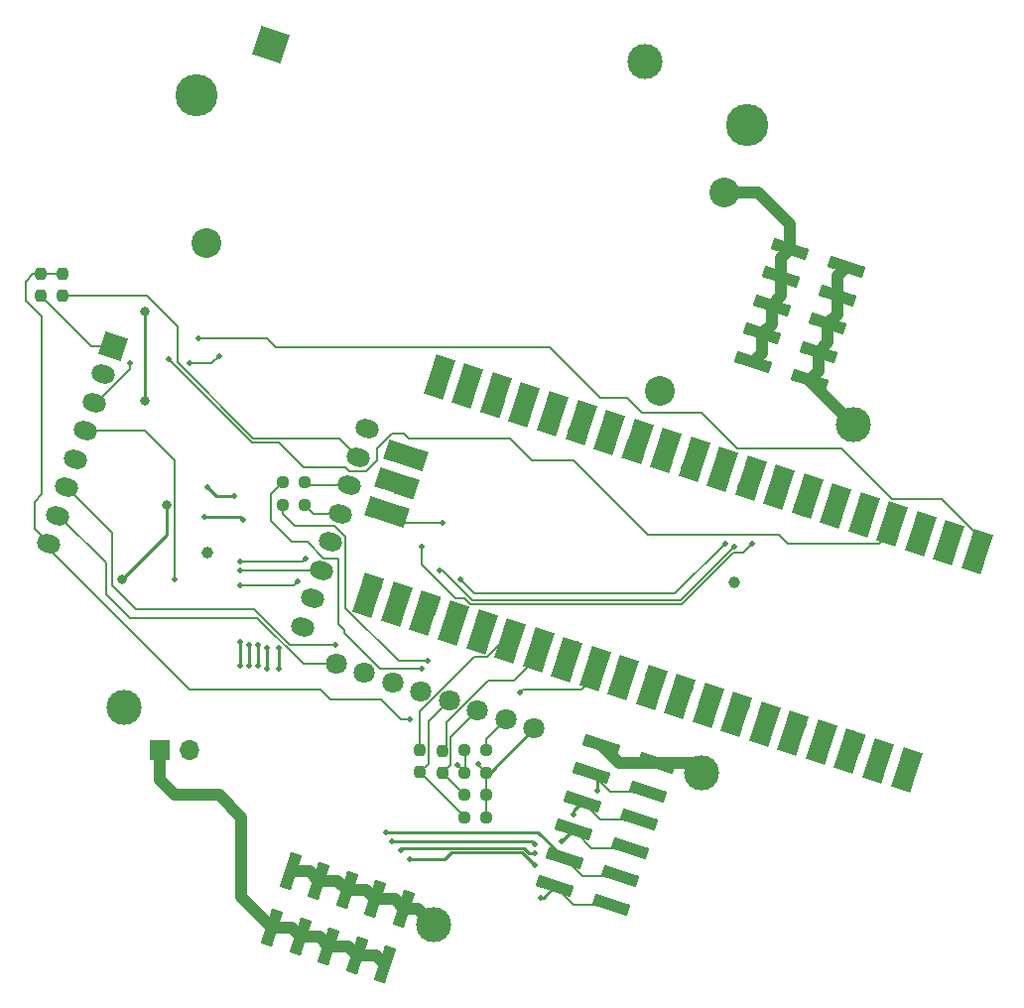
<source format=gbr>
%TF.GenerationSoftware,KiCad,Pcbnew,(6.0.2)*%
%TF.CreationDate,2022-05-01T12:50:51-07:00*%
%TF.ProjectId,controller,636f6e74-726f-46c6-9c65-722e6b696361,rev?*%
%TF.SameCoordinates,Original*%
%TF.FileFunction,Copper,L1,Top*%
%TF.FilePolarity,Positive*%
%FSLAX46Y46*%
G04 Gerber Fmt 4.6, Leading zero omitted, Abs format (unit mm)*
G04 Created by KiCad (PCBNEW (6.0.2)) date 2022-05-01 12:50:51*
%MOMM*%
%LPD*%
G01*
G04 APERTURE LIST*
G04 Aperture macros list*
%AMRoundRect*
0 Rectangle with rounded corners*
0 $1 Rounding radius*
0 $2 $3 $4 $5 $6 $7 $8 $9 X,Y pos of 4 corners*
0 Add a 4 corners polygon primitive as box body*
4,1,4,$2,$3,$4,$5,$6,$7,$8,$9,$2,$3,0*
0 Add four circle primitives for the rounded corners*
1,1,$1+$1,$2,$3*
1,1,$1+$1,$4,$5*
1,1,$1+$1,$6,$7*
1,1,$1+$1,$8,$9*
0 Add four rect primitives between the rounded corners*
20,1,$1+$1,$2,$3,$4,$5,0*
20,1,$1+$1,$4,$5,$6,$7,0*
20,1,$1+$1,$6,$7,$8,$9,0*
20,1,$1+$1,$8,$9,$2,$3,0*%
%AMHorizOval*
0 Thick line with rounded ends*
0 $1 width*
0 $2 $3 position (X,Y) of the first rounded end (center of the circle)*
0 $4 $5 position (X,Y) of the second rounded end (center of the circle)*
0 Add line between two ends*
20,1,$1,$2,$3,$4,$5,0*
0 Add two circle primitives to create the rounded ends*
1,1,$1,$2,$3*
1,1,$1,$4,$5*%
%AMRotRect*
0 Rectangle, with rotation*
0 The origin of the aperture is its center*
0 $1 length*
0 $2 width*
0 $3 Rotation angle, in degrees counterclockwise*
0 Add horizontal line*
21,1,$1,$2,0,0,$3*%
G04 Aperture macros list end*
%TA.AperFunction,SMDPad,CuDef*%
%ADD10RoundRect,0.237500X-0.237500X0.250000X-0.237500X-0.250000X0.237500X-0.250000X0.237500X0.250000X0*%
%TD*%
%TA.AperFunction,SMDPad,CuDef*%
%ADD11RoundRect,0.237500X-0.250000X-0.237500X0.250000X-0.237500X0.250000X0.237500X-0.250000X0.237500X0*%
%TD*%
%TA.AperFunction,SMDPad,CuDef*%
%ADD12RoundRect,0.237500X0.237500X-0.250000X0.237500X0.250000X-0.237500X0.250000X-0.237500X-0.250000X0*%
%TD*%
%TA.AperFunction,ComponentPad*%
%ADD13HorizOval,1.700000X0.000000X0.000000X0.000000X0.000000X0*%
%TD*%
%TA.AperFunction,SMDPad,CuDef*%
%ADD14RotRect,3.500000X1.700000X252.000000*%
%TD*%
%TA.AperFunction,ComponentPad*%
%ADD15RotRect,1.700000X1.700000X252.000000*%
%TD*%
%TA.AperFunction,SMDPad,CuDef*%
%ADD16RotRect,3.500000X1.700000X342.000000*%
%TD*%
%TA.AperFunction,ComponentPad*%
%ADD17RotRect,2.540000X2.540000X342.000000*%
%TD*%
%TA.AperFunction,ComponentPad*%
%ADD18C,2.540000*%
%TD*%
%TA.AperFunction,SMDPad,CuDef*%
%ADD19RotRect,3.150000X1.000000X162.000000*%
%TD*%
%TA.AperFunction,SMDPad,CuDef*%
%ADD20RotRect,3.150000X1.000000X252.000000*%
%TD*%
%TA.AperFunction,ComponentPad*%
%ADD21C,3.600000*%
%TD*%
%TA.AperFunction,ComponentPad*%
%ADD22RotRect,2.000000X2.000000X342.000000*%
%TD*%
%TA.AperFunction,ComponentPad*%
%ADD23HorizOval,1.600000X0.190211X-0.061803X-0.190211X0.061803X0*%
%TD*%
%TA.AperFunction,ComponentPad*%
%ADD24C,1.800000*%
%TD*%
%TA.AperFunction,SMDPad,CuDef*%
%ADD25RoundRect,0.237500X0.250000X0.237500X-0.250000X0.237500X-0.250000X-0.237500X0.250000X-0.237500X0*%
%TD*%
%TA.AperFunction,ComponentPad*%
%ADD26R,1.700000X1.700000*%
%TD*%
%TA.AperFunction,ComponentPad*%
%ADD27O,1.700000X1.700000*%
%TD*%
%TA.AperFunction,ViaPad*%
%ADD28C,0.500000*%
%TD*%
%TA.AperFunction,ViaPad*%
%ADD29C,3.000000*%
%TD*%
%TA.AperFunction,ViaPad*%
%ADD30C,1.000000*%
%TD*%
%TA.AperFunction,ViaPad*%
%ADD31C,0.800000*%
%TD*%
%TA.AperFunction,Conductor*%
%ADD32C,0.200000*%
%TD*%
%TA.AperFunction,Conductor*%
%ADD33C,1.000000*%
%TD*%
%TA.AperFunction,Conductor*%
%ADD34C,0.250000*%
%TD*%
G04 APERTURE END LIST*
D10*
%TO.P,R6,1*%
%TO.N,+3V3*%
X120015000Y-61595000D03*
%TO.P,R6,2*%
%TO.N,Net-(R6-Pad2)*%
X120015000Y-63420000D03*
%TD*%
D11*
%TO.P,R15,1*%
%TO.N,/SCL*%
X138787500Y-79375000D03*
%TO.P,R15,2*%
%TO.N,Net-(R15-Pad2)*%
X140612500Y-79375000D03*
%TD*%
D12*
%TO.P,R21,1*%
%TO.N,/SDA*%
X150495000Y-104060000D03*
%TO.P,R21,2*%
%TO.N,Net-(R21-Pad2)*%
X150495000Y-102235000D03*
%TD*%
D13*
%TO.P,U1,1,GPIO0*%
%TO.N,/LED0_PICO*%
X197773886Y-86139323D03*
D14*
X198052001Y-85283372D03*
%TO.P,U1,2,GPIO1*%
%TO.N,unconnected-(U1-Pad2)*%
X195636317Y-84498468D03*
D13*
X195358202Y-85354419D03*
D15*
%TO.P,U1,3,GND*%
%TO.N,GND*%
X192942519Y-84569516D03*
D14*
X193220634Y-83713565D03*
D13*
%TO.P,U1,4,GPIO2*%
%TO.N,/LED1_PICO*%
X190526835Y-83784613D03*
D14*
X190804950Y-82928662D03*
%TO.P,U1,5,GPIO3*%
%TO.N,/LED2_PICO*%
X188389267Y-82143759D03*
D13*
X188111152Y-82999710D03*
%TO.P,U1,6,GPIO4*%
%TO.N,/LED3_PICO*%
X185695468Y-82214807D03*
D14*
X185973583Y-81358856D03*
D13*
%TO.P,U1,7,GPIO5*%
%TO.N,/LED4_PICO*%
X183279785Y-81429904D03*
D14*
X183557900Y-80573953D03*
D15*
%TO.P,U1,8,GND*%
%TO.N,GND*%
X180864101Y-80645000D03*
D14*
X181142216Y-79789049D03*
%TO.P,U1,9,GPIO6*%
%TO.N,unconnected-(U1-Pad9)*%
X178726532Y-79004146D03*
D13*
X178448417Y-79860097D03*
D14*
%TO.P,U1,10,GPIO7*%
%TO.N,unconnected-(U1-Pad10)*%
X176310849Y-78219243D03*
D13*
X176032734Y-79075194D03*
D14*
%TO.P,U1,11,GPIO8*%
%TO.N,unconnected-(U1-Pad11)*%
X173895165Y-77434340D03*
D13*
X173617050Y-78290291D03*
D14*
%TO.P,U1,12,GPIO9*%
%TO.N,unconnected-(U1-Pad12)*%
X171479482Y-76649437D03*
D13*
X171201367Y-77505388D03*
D14*
%TO.P,U1,13,GND*%
%TO.N,unconnected-(U1-Pad13)*%
X169063798Y-75864534D03*
D15*
X168785683Y-76720485D03*
D13*
%TO.P,U1,14,GPIO10*%
%TO.N,unconnected-(U1-Pad14)*%
X166370000Y-75935581D03*
D14*
X166648115Y-75079630D03*
D13*
%TO.P,U1,15,GPIO11*%
%TO.N,unconnected-(U1-Pad15)*%
X163954316Y-75150678D03*
D14*
X164232431Y-74294727D03*
D13*
%TO.P,U1,16,GPIO12*%
%TO.N,unconnected-(U1-Pad16)*%
X161538633Y-74365775D03*
D14*
X161816748Y-73509824D03*
%TO.P,U1,17,GPIO13*%
%TO.N,unconnected-(U1-Pad17)*%
X159401064Y-72724921D03*
D13*
X159122949Y-73580872D03*
D14*
%TO.P,U1,18,GND*%
%TO.N,GND*%
X156985380Y-71940018D03*
D15*
X156707265Y-72795969D03*
D13*
%TO.P,U1,19,GPIO14*%
%TO.N,unconnected-(U1-Pad19)*%
X154291582Y-72011066D03*
D14*
X154569697Y-71155115D03*
%TO.P,U1,20,GPIO15*%
%TO.N,unconnected-(U1-Pad20)*%
X152154013Y-70370211D03*
D13*
X151875898Y-71226162D03*
D14*
%TO.P,U1,21,GPIO16*%
%TO.N,unconnected-(U1-Pad21)*%
X146103461Y-88991898D03*
D13*
X146381576Y-88135947D03*
%TO.P,U1,22,GPIO17*%
%TO.N,unconnected-(U1-Pad22)*%
X148797260Y-88920851D03*
D14*
X148519145Y-89776802D03*
%TO.P,U1,23,GND*%
%TO.N,GND*%
X150934828Y-90561705D03*
D15*
X151212943Y-89705754D03*
D13*
%TO.P,U1,24,GPIO18*%
%TO.N,unconnected-(U1-Pad24)*%
X153628627Y-90490657D03*
D14*
X153350512Y-91346608D03*
D13*
%TO.P,U1,25,GPIO19*%
%TO.N,unconnected-(U1-Pad25)*%
X156044310Y-91275560D03*
D14*
X155766195Y-92131511D03*
%TO.P,U1,26,GPIO20*%
%TO.N,Net-(R21-Pad2)*%
X158181879Y-92916414D03*
D13*
X158459994Y-92060463D03*
D14*
%TO.P,U1,27,GPIO21*%
%TO.N,Net-(R20-Pad2)*%
X160597562Y-93701317D03*
D13*
X160875677Y-92845366D03*
D14*
%TO.P,U1,28,GND*%
%TO.N,GND*%
X163013246Y-94486221D03*
D15*
X163291361Y-93630270D03*
D13*
%TO.P,U1,29,GPIO22*%
%TO.N,/INT*%
X165707045Y-94415173D03*
D14*
X165428930Y-95271124D03*
%TO.P,U1,30,RUN*%
%TO.N,/PICO_RUN*%
X167844613Y-96056027D03*
D13*
X168122728Y-95200076D03*
%TO.P,U1,31,GPIO26_ADC0*%
%TO.N,unconnected-(U1-Pad31)*%
X170538412Y-95984979D03*
D14*
X170260297Y-96840930D03*
%TO.P,U1,32,GPIO27_ADC1*%
%TO.N,unconnected-(U1-Pad32)*%
X172675980Y-97625833D03*
D13*
X172954095Y-96769882D03*
D14*
%TO.P,U1,33,AGND*%
%TO.N,unconnected-(U1-Pad33)*%
X175091664Y-98410736D03*
D15*
X175369779Y-97554785D03*
D13*
%TO.P,U1,34,GPIO28_ADC2*%
%TO.N,unconnected-(U1-Pad34)*%
X177785462Y-98339689D03*
D14*
X177507347Y-99195640D03*
%TO.P,U1,35,ADC_VREF*%
%TO.N,unconnected-(U1-Pad35)*%
X179923031Y-99980543D03*
D13*
X180201146Y-99124592D03*
%TO.P,U1,36,3V3*%
%TO.N,unconnected-(U1-Pad36)*%
X182616829Y-99909495D03*
D14*
X182338714Y-100765446D03*
%TO.P,U1,37,3V3_EN*%
%TO.N,Net-(R19-Pad2)*%
X184754398Y-101550349D03*
D13*
X185032513Y-100694398D03*
D15*
%TO.P,U1,38,GND*%
%TO.N,GND*%
X187448197Y-101479301D03*
D14*
X187170082Y-102335252D03*
%TO.P,U1,39,VSYS*%
%TO.N,Net-(R19-Pad1)*%
X189585765Y-103120155D03*
D13*
X189863880Y-102264204D03*
%TO.P,U1,40,VBUS*%
%TO.N,+5V*%
X192279564Y-103049108D03*
D14*
X192001449Y-103905059D03*
D13*
%TO.P,U1,41,SWCLK*%
%TO.N,/SWCLK*%
X150132383Y-77336445D03*
D16*
X149276432Y-77058330D03*
D15*
%TO.P,U1,42,GND*%
%TO.N,GND*%
X149347480Y-79752129D03*
D16*
X148491529Y-79474014D03*
%TO.P,U1,43,SWDIO*%
%TO.N,/SWDIO*%
X147706626Y-81889697D03*
D13*
X148562577Y-82167812D03*
%TD*%
D17*
%TO.P,U3,1,Vin*%
%TO.N,/SW2PSU*%
X137795000Y-42051549D03*
D18*
%TO.P,U3,2,GND*%
%TO.N,GND*%
X132300678Y-58961334D03*
%TO.P,U3,3,GND*%
X170951615Y-71519785D03*
%TO.P,U3,4,Vout*%
%TO.N,+5VL*%
X176445937Y-54610000D03*
%TD*%
D19*
%TO.P,J2,1,Pin_1*%
%TO.N,GND*%
X183722932Y-70651219D03*
%TO.P,J2,2,Pin_2*%
%TO.N,+5VL*%
X178920097Y-69090683D03*
%TO.P,J2,3,Pin_3*%
%TO.N,GND*%
X184507836Y-68235535D03*
%TO.P,J2,4,Pin_4*%
%TO.N,+5VL*%
X179705000Y-66675000D03*
%TO.P,J2,5,Pin_5*%
%TO.N,GND*%
X185292739Y-65819852D03*
%TO.P,J2,6,Pin_6*%
%TO.N,+5VL*%
X180489903Y-64259316D03*
%TO.P,J2,7,Pin_7*%
%TO.N,GND*%
X186077642Y-63404168D03*
%TO.P,J2,8,Pin_8*%
%TO.N,+5VL*%
X181274806Y-61843633D03*
%TO.P,J2,9,Pin_9*%
%TO.N,GND*%
X186862545Y-60988485D03*
%TO.P,J2,10,Pin_10*%
%TO.N,+5VL*%
X182059710Y-59427949D03*
%TD*%
D20*
%TO.P,J3,1,Pin_1*%
%TO.N,GND*%
X149100684Y-115719904D03*
%TO.P,J3,2,Pin_2*%
%TO.N,+5VL*%
X147540148Y-120522739D03*
%TO.P,J3,3,Pin_3*%
%TO.N,GND*%
X146685000Y-114935000D03*
%TO.P,J3,4,Pin_4*%
%TO.N,+5VL*%
X145124465Y-119737836D03*
%TO.P,J3,5,Pin_5*%
%TO.N,GND*%
X144269317Y-114150097D03*
%TO.P,J3,6,Pin_6*%
%TO.N,+5VL*%
X142708781Y-118952933D03*
%TO.P,J3,7,Pin_7*%
%TO.N,GND*%
X141853633Y-113365194D03*
%TO.P,J3,8,Pin_8*%
%TO.N,+5VL*%
X140293098Y-118168030D03*
%TO.P,J3,9,Pin_9*%
%TO.N,GND*%
X139437950Y-112580291D03*
%TO.P,J3,10,Pin_10*%
%TO.N,+5VL*%
X137877414Y-117383126D03*
%TD*%
D21*
%TO.P,J11,1,Pin_1*%
%TO.N,/SW2PSU*%
X131445000Y-46355000D03*
%TD*%
D22*
%TO.P,U2,1,~{RST}*%
%TO.N,Net-(R7-Pad2)*%
X124273461Y-67728137D03*
D23*
%TO.P,U2,2,A0*%
%TO.N,unconnected-(U2-Pad2)*%
X123488558Y-70143821D03*
%TO.P,U2,3,D0*%
%TO.N,/LED0_ESP*%
X122703655Y-72559504D03*
%TO.P,U2,4,SCK/D5*%
%TO.N,/LED3_ESP*%
X121918752Y-74975188D03*
%TO.P,U2,5,MISO/D6*%
%TO.N,/LED4_ESP*%
X121133848Y-77390871D03*
%TO.P,U2,6,MOSI/D7*%
%TO.N,/PICO_RUN*%
X120348945Y-79806555D03*
%TO.P,U2,7,CS/D8*%
%TO.N,/INT*%
X119564042Y-82222238D03*
%TO.P,U2,8,3V3*%
%TO.N,+3V3*%
X118779139Y-84637922D03*
%TO.P,U2,9,5V*%
%TO.N,+5V*%
X140520291Y-91702050D03*
%TO.P,U2,10,GND*%
%TO.N,GND*%
X141305194Y-89286367D03*
%TO.P,U2,11,D4*%
%TO.N,/LED2_ESP*%
X142090097Y-86870683D03*
%TO.P,U2,12,D3*%
%TO.N,/LED1_ESP*%
X142875000Y-84455000D03*
%TO.P,U2,13,SDA/D2*%
%TO.N,Net-(R16-Pad2)*%
X143659903Y-82039316D03*
%TO.P,U2,14,SCL/D1*%
%TO.N,Net-(R15-Pad2)*%
X144444807Y-79623633D03*
%TO.P,U2,15,RX*%
%TO.N,Net-(R6-Pad2)*%
X145229710Y-77207949D03*
%TO.P,U2,16,TX*%
%TO.N,unconnected-(U2-Pad16)*%
X146014613Y-74792265D03*
%TD*%
D24*
%TO.P,U4,1,VCC*%
%TO.N,+3V3*%
X160230798Y-100355611D03*
%TO.P,U4,2,GND*%
%TO.N,GND*%
X157815114Y-99570708D03*
%TO.P,U4,3,SCL*%
%TO.N,/SCL*%
X155399431Y-98785804D03*
%TO.P,U4,4,SDA*%
%TO.N,/SDA*%
X152983747Y-98000901D03*
%TO.P,U4,5,XDA*%
%TO.N,unconnected-(U4-Pad5)*%
X150568064Y-97215998D03*
%TO.P,U4,6,XCL*%
%TO.N,unconnected-(U4-Pad6)*%
X148152380Y-96431095D03*
%TO.P,U4,7,AD0*%
%TO.N,Net-(R13-Pad1)*%
X145736696Y-95646192D03*
%TO.P,U4,8,INT*%
%TO.N,/INT*%
X143321013Y-94861289D03*
%TD*%
D11*
%TO.P,R16,1*%
%TO.N,/SDA*%
X138787500Y-81280000D03*
%TO.P,R16,2*%
%TO.N,Net-(R16-Pad2)*%
X140612500Y-81280000D03*
%TD*%
D25*
%TO.P,R14,1*%
%TO.N,GND*%
X156130000Y-102235000D03*
%TO.P,R14,2*%
%TO.N,Net-(R13-Pad1)*%
X154305000Y-102235000D03*
%TD*%
D10*
%TO.P,R7,1*%
%TO.N,+3V3*%
X118110000Y-61595000D03*
%TO.P,R7,2*%
%TO.N,Net-(R7-Pad2)*%
X118110000Y-63420000D03*
%TD*%
D11*
%TO.P,R17,1*%
%TO.N,/SDA*%
X154305000Y-107950000D03*
%TO.P,R17,2*%
%TO.N,+3V3*%
X156130000Y-107950000D03*
%TD*%
D12*
%TO.P,R20,1*%
%TO.N,/SCL*%
X152400000Y-104140000D03*
%TO.P,R20,2*%
%TO.N,Net-(R20-Pad2)*%
X152400000Y-102315000D03*
%TD*%
D19*
%TO.P,J1,1,Pin_1*%
%TO.N,/LED0*%
X166809160Y-115404477D03*
%TO.P,J1,2,Pin_2*%
X162006324Y-113843941D03*
%TO.P,J1,3,Pin_3*%
%TO.N,/LED1*%
X167594063Y-112988793D03*
%TO.P,J1,4,Pin_4*%
X162791228Y-111428257D03*
%TO.P,J1,5,Pin_5*%
%TO.N,/LED2*%
X168378966Y-110573110D03*
%TO.P,J1,6,Pin_6*%
X163576131Y-109012574D03*
%TO.P,J1,7,Pin_7*%
%TO.N,/LED3*%
X169163869Y-108157426D03*
%TO.P,J1,8,Pin_8*%
X164361034Y-106596890D03*
%TO.P,J1,9,Pin_9*%
%TO.N,/LED4*%
X169948772Y-105741743D03*
%TO.P,J1,10,Pin_10*%
X165145937Y-104181207D03*
%TO.P,J1,11,Pin_11*%
%TO.N,GND*%
X170733676Y-103326059D03*
%TO.P,J1,12,Pin_12*%
X165930840Y-101765523D03*
%TD*%
D21*
%TO.P,J10,1,Pin_1*%
%TO.N,+BATT*%
X178435000Y-48895000D03*
%TD*%
D11*
%TO.P,R13,1*%
%TO.N,Net-(R13-Pad1)*%
X154305000Y-104140000D03*
%TO.P,R13,2*%
%TO.N,+3V3*%
X156130000Y-104140000D03*
%TD*%
%TO.P,R18,1*%
%TO.N,/SCL*%
X154305000Y-106045000D03*
%TO.P,R18,2*%
%TO.N,+3V3*%
X156130000Y-106045000D03*
%TD*%
D26*
%TO.P,JP1,1,A*%
%TO.N,+5VL*%
X128270000Y-102235000D03*
D27*
%TO.P,JP1,2,B*%
%TO.N,+5V*%
X130810000Y-102235000D03*
%TD*%
D28*
%TO.N,/SWDIO*%
X152400000Y-82804000D03*
D29*
%TO.N,GND*%
X125222000Y-98552000D03*
D30*
X177292000Y-87884000D03*
D29*
X151638000Y-117094000D03*
X169672000Y-43434000D03*
D30*
X132334000Y-85344000D03*
D29*
X174498000Y-104140000D03*
X187452000Y-74422000D03*
D28*
%TO.N,/LED0*%
X138430000Y-93472000D03*
X138430000Y-95250000D03*
X160782000Y-114808000D03*
%TO.N,/LED1*%
X137414000Y-93472000D03*
X147574000Y-109220000D03*
X137414000Y-95250000D03*
D31*
X127000000Y-64770000D03*
X127000000Y-72390000D03*
D28*
%TO.N,/LED2*%
X136652000Y-94996000D03*
X136652000Y-93218000D03*
X162560000Y-109982000D03*
X148082000Y-109982000D03*
X160274000Y-110236000D03*
%TO.N,/LED3*%
X135890000Y-93218000D03*
X134620000Y-80518000D03*
X160274000Y-110998000D03*
X163576000Y-107696000D03*
X132334000Y-79756000D03*
X148844000Y-110744000D03*
X135890000Y-94996000D03*
%TO.N,/LED4*%
X135128000Y-94996000D03*
D31*
X125095000Y-87630000D03*
D28*
X132080000Y-82296000D03*
D31*
X128905000Y-81280000D03*
D28*
X165608000Y-105664000D03*
X160274000Y-112014000D03*
X149606000Y-111506000D03*
X135382000Y-82550000D03*
X135128000Y-92964000D03*
%TO.N,/LED0_ESP*%
X133350000Y-68580000D03*
X125730000Y-69215000D03*
X130810000Y-69215000D03*
%TO.N,/LED0_PICO*%
X131572000Y-67056000D03*
%TO.N,/LED1_PICO*%
X129032000Y-68834000D03*
%TO.N,/LED2_ESP*%
X135128000Y-86868000D03*
%TO.N,+3V3*%
X149606000Y-99568000D03*
X155448000Y-103378000D03*
%TO.N,/LED2_PICO*%
X140716000Y-85852000D03*
X135128000Y-86106000D03*
X178816000Y-84582000D03*
X150622000Y-84836000D03*
%TO.N,/LED3_ESP*%
X129540000Y-87630000D03*
%TO.N,/LED3_PICO*%
X140028543Y-87809457D03*
X135128000Y-88138000D03*
X152146000Y-86868000D03*
X177292000Y-84836000D03*
%TO.N,/LED4_PICO*%
X176530000Y-84582000D03*
X153924000Y-87630000D03*
%TO.N,Net-(R13-Pad1)*%
X153670000Y-103505000D03*
%TO.N,/INT*%
X159004000Y-97261500D03*
%TO.N,/SDA*%
X151130000Y-94615000D03*
%TO.N,/SCL*%
X150622000Y-95250000D03*
%TO.N,/PICO_RUN*%
X143256000Y-93218000D03*
%TD*%
D32*
%TO.N,/SWDIO*%
X149198765Y-82804000D02*
X148562577Y-82167812D01*
X152400000Y-82804000D02*
X149198765Y-82804000D01*
D33*
%TO.N,GND*%
X149100684Y-115719904D02*
X150263904Y-115719904D01*
X144269317Y-114150097D02*
X145900097Y-114150097D01*
X185292739Y-65819852D02*
X185292739Y-67450632D01*
X183722932Y-70692932D02*
X187452000Y-74422000D01*
X170733676Y-103326059D02*
X167491376Y-103326059D01*
X141068730Y-112580291D02*
X141853633Y-113365194D01*
X148315780Y-114935000D02*
X149100684Y-115719904D01*
X170733676Y-103326059D02*
X173684059Y-103326059D01*
D34*
X163902040Y-93019591D02*
X163291361Y-93630270D01*
X187448197Y-101479301D02*
X187448197Y-100585558D01*
D33*
X173684059Y-103326059D02*
X174498000Y-104140000D01*
D32*
X156130000Y-101255822D02*
X157815114Y-99570708D01*
D33*
X186077642Y-61773388D02*
X186077642Y-63404168D01*
X184507836Y-69866315D02*
X183722932Y-70651219D01*
D34*
X151823622Y-89095075D02*
X151212943Y-89705754D01*
D33*
X186077642Y-63404168D02*
X186077642Y-65034949D01*
D34*
X156707265Y-72795969D02*
X156707265Y-73286087D01*
D33*
X183722932Y-70651219D02*
X183722932Y-70692932D01*
X139437950Y-112580291D02*
X141068730Y-112580291D01*
X146685000Y-114935000D02*
X148315780Y-114935000D01*
X143484414Y-113365194D02*
X144269317Y-114150097D01*
X141853633Y-113365194D02*
X143484414Y-113365194D01*
X145900097Y-114150097D02*
X146685000Y-114935000D01*
X185292739Y-67450632D02*
X184507836Y-68235535D01*
D34*
X156707265Y-72795969D02*
X156707265Y-72765149D01*
D33*
X186077642Y-65034949D02*
X185292739Y-65819852D01*
X150263904Y-115719904D02*
X151638000Y-117094000D01*
X186077642Y-61773388D02*
X186862545Y-60988485D01*
D32*
X156130000Y-102235000D02*
X156130000Y-101255822D01*
D33*
X184507836Y-68235535D02*
X184507836Y-69866315D01*
X167491376Y-103326059D02*
X165930840Y-101765523D01*
D34*
X163291361Y-93630270D02*
X163291361Y-93185313D01*
%TO.N,/LED0*%
X160782000Y-114808000D02*
X161042265Y-114808000D01*
X138430000Y-93472000D02*
X138430000Y-95250000D01*
X161042265Y-114808000D02*
X162006324Y-113843941D01*
D32*
X163566860Y-115404477D02*
X162006324Y-113843941D01*
X166809160Y-115404477D02*
X163566860Y-115404477D01*
D34*
%TO.N,/LED1*%
X137414000Y-93472000D02*
X137414000Y-95250000D01*
D32*
X164351764Y-112988793D02*
X162791228Y-111428257D01*
D34*
X160582971Y-109220000D02*
X162791228Y-111428257D01*
X147574000Y-109220000D02*
X160582971Y-109220000D01*
X127000000Y-72390000D02*
X127000000Y-64770000D01*
D32*
X167594063Y-112988793D02*
X164351764Y-112988793D01*
D34*
%TO.N,/LED2*%
X162560000Y-109982000D02*
X162606705Y-109982000D01*
D32*
X165136667Y-110573110D02*
X163576131Y-109012574D01*
D34*
X148082000Y-109982000D02*
X160020000Y-109982000D01*
X160020000Y-109982000D02*
X160274000Y-110236000D01*
X162606705Y-109982000D02*
X163576131Y-109012574D01*
D32*
X168378966Y-110573110D02*
X165136667Y-110573110D01*
D34*
X136652000Y-93218000D02*
X136652000Y-94996000D01*
D32*
%TO.N,/LED3*%
X169163869Y-108157426D02*
X165921570Y-108157426D01*
D34*
X133096000Y-80518000D02*
X134620000Y-80518000D01*
X132334000Y-79756000D02*
X133096000Y-80518000D01*
X159381435Y-110588969D02*
X159790466Y-110998000D01*
X159790466Y-110998000D02*
X160274000Y-110998000D01*
X148844000Y-110744000D02*
X148999031Y-110588969D01*
X163576000Y-107696000D02*
X163576000Y-107381924D01*
D32*
X165921570Y-108157426D02*
X164361034Y-106596890D01*
D34*
X163576000Y-107381924D02*
X164361034Y-106596890D01*
X135890000Y-93218000D02*
X135890000Y-94996000D01*
X148999031Y-110588969D02*
X159381435Y-110588969D01*
%TO.N,/LED4*%
X125095000Y-87630000D02*
X128905000Y-83820000D01*
X165608000Y-104643270D02*
X165145937Y-104181207D01*
X159225479Y-110965479D02*
X160274000Y-112014000D01*
X135128000Y-82296000D02*
X135382000Y-82550000D01*
D32*
X166706473Y-105741743D02*
X165145937Y-104181207D01*
D34*
X128905000Y-83820000D02*
X128905000Y-81280000D01*
X165608000Y-105664000D02*
X165608000Y-104643270D01*
X149606000Y-111506000D02*
X152613026Y-111506000D01*
X153153547Y-110965479D02*
X159225479Y-110965479D01*
X135128000Y-93218000D02*
X135128000Y-94996000D01*
D32*
X169948772Y-105741743D02*
X166706473Y-105741743D01*
D34*
X135128000Y-92964000D02*
X135128000Y-93218000D01*
X152613026Y-111506000D02*
X153153547Y-110965479D01*
X132080000Y-82296000D02*
X135128000Y-82296000D01*
D33*
%TO.N,+5VL*%
X146755245Y-119737836D02*
X147540148Y-120522739D01*
X181274806Y-61843633D02*
X181274806Y-63474413D01*
X144339562Y-118952933D02*
X145124465Y-119737836D01*
X179324000Y-54610000D02*
X182059710Y-57345710D01*
X140293098Y-118168030D02*
X141923878Y-118168030D01*
X129540000Y-106045000D02*
X128270000Y-104775000D01*
D34*
X181263886Y-59427949D02*
X182059710Y-59427949D01*
D33*
X139508194Y-117383126D02*
X140293098Y-118168030D01*
X137877414Y-117383126D02*
X135255000Y-114760712D01*
X179705000Y-66675000D02*
X179705000Y-68305780D01*
X142708781Y-118952933D02*
X144339562Y-118952933D01*
X181274806Y-60212853D02*
X182059710Y-59427949D01*
X137877414Y-117383126D02*
X139508194Y-117383126D01*
X176445937Y-54610000D02*
X179324000Y-54610000D01*
X135255000Y-107950000D02*
X133350000Y-106045000D01*
X179705000Y-68305780D02*
X178920097Y-69090683D01*
X182059710Y-57345710D02*
X182059710Y-59427949D01*
X181274806Y-60212853D02*
X181274806Y-61843633D01*
X141923878Y-118168030D02*
X142708781Y-118952933D01*
X135255000Y-114760712D02*
X135255000Y-107950000D01*
D34*
X128270000Y-102870000D02*
X128270000Y-102235000D01*
D33*
X180489903Y-65890097D02*
X179705000Y-66675000D01*
X181274806Y-63474413D02*
X180489903Y-64259316D01*
X128270000Y-104775000D02*
X128270000Y-102235000D01*
X180489903Y-64259316D02*
X180489903Y-65890097D01*
X145124465Y-119737836D02*
X146755245Y-119737836D01*
X133350000Y-106045000D02*
X129540000Y-106045000D01*
D32*
%TO.N,/LED0_ESP*%
X132715000Y-69215000D02*
X133350000Y-68580000D01*
X122832063Y-72559504D02*
X125730000Y-69661567D01*
X125730000Y-69661567D02*
X125730000Y-69215000D01*
X130810000Y-69215000D02*
X132715000Y-69215000D01*
X122703655Y-72559504D02*
X122832063Y-72559504D01*
%TO.N,/LED0_PICO*%
X174498000Y-73406000D02*
X169418000Y-73406000D01*
X169418000Y-73406000D02*
X168148000Y-72136000D01*
X186436000Y-76454000D02*
X177546000Y-76454000D01*
X190754000Y-80772000D02*
X186436000Y-76454000D01*
X137414000Y-67056000D02*
X131572000Y-67056000D01*
X194981060Y-80772000D02*
X190754000Y-80772000D01*
X197773886Y-86139323D02*
X197773886Y-83564826D01*
X168148000Y-72136000D02*
X165862000Y-72136000D01*
X197773886Y-83564826D02*
X194981060Y-80772000D01*
X177546000Y-76454000D02*
X174498000Y-73406000D01*
X165862000Y-72136000D02*
X161544000Y-67818000D01*
X161544000Y-67818000D02*
X138176000Y-67818000D01*
X138176000Y-67818000D02*
X137414000Y-67056000D01*
%TO.N,/LED1_PICO*%
X145904576Y-78377424D02*
X146812000Y-77470000D01*
X148079551Y-75184000D02*
X149098000Y-75184000D01*
X160020000Y-77470000D02*
X163576000Y-77470000D01*
X136144000Y-75946000D02*
X138430000Y-75946000D01*
X129032000Y-68834000D02*
X136144000Y-75946000D01*
X146812000Y-76451551D02*
X148079551Y-75184000D01*
X181102000Y-83820000D02*
X181916613Y-84634613D01*
X146812000Y-77470000D02*
X146812000Y-76451551D01*
X138430000Y-75946000D02*
X140581463Y-78097463D01*
X149577357Y-75663357D02*
X158213357Y-75663357D01*
X169926000Y-83820000D02*
X181102000Y-83820000D01*
X163576000Y-77470000D02*
X169926000Y-83820000D01*
X158213357Y-75663357D02*
X160020000Y-77470000D01*
X149098000Y-75184000D02*
X149577357Y-75663357D01*
X144152537Y-78097463D02*
X144432498Y-78377424D01*
X181916613Y-84634613D02*
X189676835Y-84634613D01*
X189676835Y-84634613D02*
X190526835Y-83784613D01*
X140581463Y-78097463D02*
X144152537Y-78097463D01*
X144432498Y-78377424D02*
X145904576Y-78377424D01*
%TO.N,/LED2_ESP*%
X135128000Y-86868000D02*
X135130683Y-86870683D01*
X135130683Y-86870683D02*
X142090097Y-86870683D01*
%TO.N,+3V3*%
X147206606Y-97930606D02*
X148844000Y-99568000D01*
X117602000Y-81026000D02*
X118236776Y-80391224D01*
X148844000Y-99568000D02*
X149606000Y-99568000D01*
X117602000Y-83312000D02*
X117602000Y-81026000D01*
X156130000Y-106045000D02*
X156130000Y-107950000D01*
X118236776Y-65218001D02*
X116840000Y-63821225D01*
X116840000Y-62230000D02*
X117475000Y-61595000D01*
X125476000Y-91694000D02*
X130810000Y-97028000D01*
X142888606Y-97930606D02*
X147206606Y-97930606D01*
X116840000Y-63821225D02*
X116840000Y-62230000D01*
X155448000Y-103378000D02*
X155448000Y-103458000D01*
X118236776Y-80391224D02*
X118236776Y-65218001D01*
D34*
X156446409Y-104140000D02*
X160230798Y-100355611D01*
D32*
X155448000Y-103458000D02*
X156130000Y-104140000D01*
X118779139Y-84637922D02*
X118779139Y-84997139D01*
X118779139Y-84489139D02*
X117602000Y-83312000D01*
D34*
X156210000Y-104140000D02*
X156446409Y-104140000D01*
D32*
X117475000Y-61595000D02*
X118110000Y-61595000D01*
X118110000Y-61595000D02*
X120015000Y-61595000D01*
X156130000Y-104140000D02*
X156130000Y-106045000D01*
X141986000Y-97028000D02*
X142888606Y-97930606D01*
X130810000Y-97028000D02*
X141986000Y-97028000D01*
D33*
X118779139Y-84637922D02*
X118779139Y-84489139D01*
D32*
X118779139Y-84997139D02*
X125476000Y-91694000D01*
%TO.N,Net-(R6-Pad2)*%
X129794000Y-69134244D02*
X129794000Y-66040000D01*
X145229710Y-77207949D02*
X143641250Y-75619489D01*
X143641250Y-75619489D02*
X136279245Y-75619489D01*
X129794000Y-66040000D02*
X127174000Y-63420000D01*
X127174000Y-63420000D02*
X120015000Y-63420000D01*
X136279245Y-75619489D02*
X129794000Y-69134244D01*
%TO.N,Net-(R7-Pad2)*%
X124273461Y-67728137D02*
X122418137Y-67728137D01*
X122418137Y-67728137D02*
X118110000Y-63420000D01*
%TO.N,/LED2_PICO*%
X177254255Y-85335501D02*
X178062499Y-85335501D01*
X140462000Y-86106000D02*
X140716000Y-85852000D01*
X135128000Y-86106000D02*
X140462000Y-86106000D01*
X178062499Y-85335501D02*
X178816000Y-84582000D01*
X150622000Y-84836000D02*
X150622000Y-86360000D01*
X153488511Y-89226511D02*
X154301626Y-89226511D01*
X150622000Y-86360000D02*
X153488511Y-89226511D01*
X154301626Y-89226511D02*
X154809626Y-89734511D01*
X154809626Y-89734511D02*
X172855245Y-89734511D01*
X172855245Y-89734511D02*
X177254255Y-85335501D01*
%TO.N,/LED3_ESP*%
X127045188Y-74975188D02*
X129540000Y-77470000D01*
X121918752Y-74975188D02*
X127045188Y-74975188D01*
X129540000Y-77470000D02*
X129540000Y-87630000D01*
%TO.N,/LED3_PICO*%
X154944871Y-89408000D02*
X172720000Y-89408000D01*
X139700000Y-88138000D02*
X140028543Y-87809457D01*
X135128000Y-88138000D02*
X139700000Y-88138000D01*
X172720000Y-89408000D02*
X177292000Y-84836000D01*
X152146000Y-86868000D02*
X152404871Y-86868000D01*
X152404871Y-86868000D02*
X154944871Y-89408000D01*
%TO.N,/LED4_PICO*%
X155154220Y-88860220D02*
X172251780Y-88860220D01*
X153924000Y-87630000D02*
X155154220Y-88860220D01*
X172251780Y-88860220D02*
X176530000Y-84582000D01*
%TO.N,Net-(R13-Pad1)*%
X154385000Y-104140000D02*
X154385000Y-102235000D01*
X154305000Y-104140000D02*
X153670000Y-103505000D01*
%TO.N,/INT*%
X165707045Y-94415173D02*
X165707045Y-95617254D01*
X119692450Y-82222238D02*
X123698000Y-86227788D01*
X136596402Y-90932000D02*
X140525691Y-94861289D01*
X123698000Y-86227788D02*
X123698000Y-88900000D01*
X123698000Y-88900000D02*
X125730000Y-90932000D01*
X164311545Y-97012754D02*
X159252746Y-97012754D01*
X119564042Y-82222238D02*
X119692450Y-82222238D01*
X159252746Y-97012754D02*
X159004000Y-97261500D01*
X165707045Y-95617254D02*
X164311545Y-97012754D01*
X125730000Y-90932000D02*
X136596402Y-90932000D01*
X140525691Y-94861289D02*
X143321013Y-94861289D01*
%TO.N,/SDA*%
X144145000Y-84030107D02*
X144145000Y-90104648D01*
X151196520Y-99788128D02*
X152983747Y-98000901D01*
X144145000Y-90104648D02*
X148655352Y-94615000D01*
X143172893Y-83058000D02*
X144145000Y-84030107D01*
X138787500Y-82062393D02*
X139783107Y-83058000D01*
X154305000Y-107870000D02*
X150495000Y-104060000D01*
X139783107Y-83058000D02*
X143172893Y-83058000D01*
X148655352Y-94615000D02*
X151130000Y-94615000D01*
X150495000Y-104060000D02*
X151196520Y-103358480D01*
X154305000Y-107950000D02*
X154305000Y-107870000D01*
X151196520Y-103358480D02*
X151196520Y-99788128D01*
X138787500Y-81280000D02*
X138787500Y-82062393D01*
%TO.N,/SCL*%
X152400000Y-104140000D02*
X153101520Y-103438480D01*
X150622000Y-95250000D02*
X147066000Y-95250000D01*
X147066000Y-95250000D02*
X144018000Y-92202000D01*
X137795000Y-82677000D02*
X137795000Y-80367500D01*
X153101520Y-103438480D02*
X153101520Y-101083715D01*
X142276801Y-85852000D02*
X140879801Y-84455000D01*
X153101520Y-101083715D02*
X155399431Y-98785804D01*
X144018000Y-91948000D02*
X143510000Y-91440000D01*
X137795000Y-80367500D02*
X138787500Y-79375000D01*
X140879801Y-84455000D02*
X139573000Y-84455000D01*
X143510000Y-85852000D02*
X142276801Y-85852000D01*
X144018000Y-92202000D02*
X144018000Y-91948000D01*
X139573000Y-84455000D02*
X137795000Y-82677000D01*
X143510000Y-91440000D02*
X143510000Y-85852000D01*
X154305000Y-106045000D02*
X152400000Y-104140000D01*
%TO.N,/PICO_RUN*%
X136296158Y-90170000D02*
X139344158Y-93218000D01*
X120348945Y-79806555D02*
X124206000Y-83663610D01*
X139344158Y-93218000D02*
X143256000Y-93218000D01*
X124206000Y-88138000D02*
X126238000Y-90170000D01*
X126238000Y-90170000D02*
X136296158Y-90170000D01*
X124206000Y-83663610D02*
X124206000Y-88138000D01*
%TO.N,Net-(R15-Pad2)*%
X140861133Y-79623633D02*
X144444807Y-79623633D01*
X140612500Y-79375000D02*
X140861133Y-79623633D01*
%TO.N,Net-(R16-Pad2)*%
X140612500Y-81280000D02*
X141371816Y-82039316D01*
X141371816Y-82039316D02*
X143659903Y-82039316D01*
%TO.N,Net-(R20-Pad2)*%
X160875677Y-93941921D02*
X160875677Y-92845366D01*
X152400000Y-102315000D02*
X152775009Y-101939991D01*
X152775009Y-101939991D02*
X152775009Y-99817098D01*
X158504499Y-96313099D02*
X160875677Y-93941921D01*
X152775009Y-99817098D02*
X156279008Y-96313099D01*
X156279008Y-96313099D02*
X158504499Y-96313099D01*
%TO.N,Net-(R21-Pad2)*%
X150495000Y-102235000D02*
X150495000Y-98896520D01*
X150495000Y-98896520D02*
X155106476Y-94285044D01*
X156235413Y-94285044D02*
X158459994Y-92060463D01*
X158459994Y-94132113D02*
X158459994Y-92060463D01*
X155106476Y-94285044D02*
X156235413Y-94285044D01*
%TD*%
M02*

</source>
